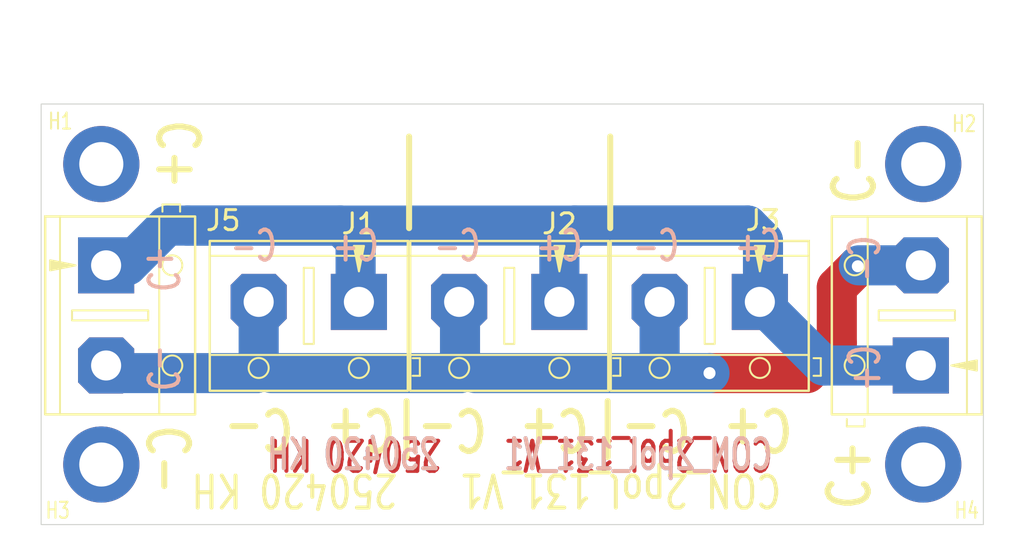
<source format=kicad_pcb>
(kicad_pcb (version 20240108) (generator "pcbnew") (generator_version "8.0")
  (layers (0 "F.Cu" signal) (31 "B.Cu" signal) (34 "B.Paste" user) (35 "F.Paste" user) (36 "B.SilkS" user "B.Silkscreen") (37 "F.SilkS" user "F.Silkscreen") (38 "B.Mask" user) (39 "F.Mask" user) (44 "Edge.Cuts" user))
  (net 0 "")
  (net 1 "/C+")
  (net 2 "/C-")
  (footprint "_kh_library:MountingHole_2.2mm_M2_Pad_TopBottom_kh" (layer "F.Cu") (at 94.1 64)
    (property "Reference" "H4" (at 2.166 2.294 0) (layer "F.SilkS") (effects (font (size 0.8 0.6) (thickness 0.1) (bold yes))))
    (property "Value" "MountingHole")
    (pad "1" thru_hole circle (at 0 0) (size 2.6 2.6) (drill 2.2) (layers "*.Cu" "*.Mask"))
    (pad "1" connect circle (at 0 0) (size 3.8 3.8) (layers "F.Cu" "F.Mask"))
    (pad "1" connect circle (at 0 0) (size 3.8 3.8) (layers "B.Cu" "B.Mask"))
  )
  (footprint "_kh_library:MountingHole_2.2mm_M2_Pad_TopBottom_kh" (layer "F.Cu") (at 53.1 64)
    (property "Reference" "H3" (at -2.173 2.294 0) (layer "F.SilkS") (effects (font (size 0.8 0.6) (thickness 0.1))))
    (property "Value" "MountingHole")
    (pad "1" thru_hole circle (at 0 0) (size 2.6 2.6) (drill 2.2) (layers "*.Cu" "*.Mask"))
    (pad "1" connect circle (at 0 0) (size 3.8 3.8) (layers "F.Cu" "F.Mask"))
    (pad "1" connect circle (at 0 0) (size 3.8 3.8) (layers "B.Cu" "B.Mask"))
  )
  (footprint "_kh_library:Screw_Terminal_01x02_P5" (layer "F.Cu") (at 93.98 59.055 180)
    (property "Reference" "J6" (hide yes))
    (property "Value" "Screw_Terminal_01x02_P5")
    (fp_line (start 3.69 -3.04) (end 3.69 -2.68) (stroke (width 0.1)) (layer "F.SilkS"))
    (fp_line (start 2.81 -3.04) (end 3.69 -3.04) (stroke (width 0.1)) (layer "F.SilkS"))
    (fp_line (start 2.81 -3.04) (end 2.81 -2.68) (stroke (width 0.1)) (layer "F.SilkS"))
    (fp_line (start 2.65 -2.44) (end 2.65 7.44) (stroke (width 0.1)) (layer "F.SilkS"))
    (fp_line (start -2.3 -2.44) (end -2.3 7.44) (stroke (width 0.1)) (layer "F.SilkS"))
    (fp_rect (start -1.7 2.25) (end 2.1 2.75) (stroke (width 0.1)) (fill none) (layer "F.SilkS"))
    (fp_rect (start -3.04 -2.44) (end 4.44 7.44) (stroke (width 0.12)) (fill none) (layer "F.SilkS"))
    (fp_circle (center 3.3 5) (end 3.8 5) (stroke (width 0.1)) (fill none) (layer "F.SilkS"))
    (fp_circle (center 3.3 0) (end 3.8 0) (stroke (width 0.1)) (fill none) (layer "F.SilkS"))
    (fp_poly (pts (xy -2.794 -0.254) (xy -1.524 0) (xy -2.794 0.254)) (stroke (width 0.1)) (fill solid) (layer "F.SilkS"))
    (pad "1" thru_hole rect (at 0 0 180) (size 2.8 2.8) (drill 1.5) (layers "*.Cu" "*.Mask") (net 1 "/C+"))
    (pad "2" thru_hole roundrect (at 0 5 180) (size 2.8 2.8) (drill 1.5) (layers "*.Cu" "*.Mask") (roundrect_rratio 0) (chamfer_ratio 0.2) (chamfer top_left top_right bottom_left bottom_right) (net 2 "/C-"))
  )
  (footprint "_kh_library:Screw_Terminal_01x02_P5" (layer "F.Cu") (at 65.95 55.88 -90)
    (property "Reference" "J1" (at -3.9 0 0) (layer "F.SilkS"))
    (property "Value" "Screw_Terminal_01x02_P5")
    (fp_line (start -2.3 -2.44) (end -2.3 7.44) (stroke (width 0.1)) (layer "F.SilkS"))
    (fp_line (start 2.65 -2.44) (end 2.65 7.44) (stroke (width 0.1)) (layer "F.SilkS"))
    (fp_line (start 2.81 -3.04) (end 2.81 -2.68) (stroke (width 0.1)) (layer "F.SilkS"))
    (fp_line (start 2.81 -3.04) (end 3.69 -3.04) (stroke (width 0.1)) (layer "F.SilkS"))
    (fp_line (start 3.69 -3.04) (end 3.69 -2.68) (stroke (width 0.1)) (layer "F.SilkS"))
    (fp_rect (start -1.7 2.25) (end 2.1 2.75) (stroke (width 0.1)) (fill none) (layer "F.SilkS"))
    (fp_rect (start -3.04 -2.44) (end 4.44 7.44) (stroke (width 0.12)) (fill none) (layer "F.SilkS"))
    (fp_circle (center 3.3 5) (end 3.8 5) (stroke (width 0.1)) (fill none) (layer "F.SilkS"))
    (fp_circle (center 3.3 0) (end 3.8 0) (stroke (width 0.1)) (fill none) (layer "F.SilkS"))
    (fp_poly (pts (xy -2.794 -0.254) (xy -1.524 0) (xy -2.794 0.254)) (stroke (width 0.1)) (fill solid) (layer "F.SilkS"))
    (pad "1" thru_hole rect (at 0 0 270) (size 2.8 2.8) (drill 1.5) (layers "*.Cu" "*.Mask") (net 1 "/C+"))
    (pad "2" thru_hole roundrect (at 0 5 270) (size 2.8 2.8) (drill 1.5) (layers "*.Cu" "*.Mask") (roundrect_rratio 0) (chamfer_ratio 0.2) (chamfer top_left top_right bottom_left bottom_right) (net 2 "/C-"))
  )
  (footprint "_kh_library:Screw_Terminal_01x02_P5" (layer "F.Cu") (at 53.34 54.055)
    (property "Reference" "J5" (at 5.842 -2.239 180) (layer "F.SilkS"))
    (property "Value" "Screw_Terminal_01x02_P5")
    (fp_line (start -2.3 -2.44) (end -2.3 7.44) (stroke (width 0.1)) (layer "F.SilkS"))
    (fp_line (start 2.65 -2.44) (end 2.65 7.44) (stroke (width 0.1)) (layer "F.SilkS"))
    (fp_line (start 2.81 -3.04) (end 2.81 -2.68) (stroke (width 0.1)) (layer "F.SilkS"))
    (fp_line (start 2.81 -3.04) (end 3.69 -3.04) (stroke (width 0.1)) (layer "F.SilkS"))
    (fp_line (start 3.69 -3.04) (end 3.69 -2.68) (stroke (width 0.1)) (layer "F.SilkS"))
    (fp_rect (start -3.04 -2.44) (end 4.44 7.44) (stroke (width 0.12)) (fill none) (layer "F.SilkS"))
    (fp_rect (start -1.7 2.25) (end 2.1 2.75) (stroke (width 0.1)) (fill none) (layer "F.SilkS"))
    (fp_circle (center 3.3 0) (end 3.8 0) (stroke (width 0.1)) (fill none) (layer "F.SilkS"))
    (fp_circle (center 3.3 5) (end 3.8 5) (stroke (width 0.1)) (fill none) (layer "F.SilkS"))
    (fp_poly (pts (xy -2.794 -0.254) (xy -1.524 0) (xy -2.794 0.254)) (stroke (width 0.1)) (fill solid) (layer "F.SilkS"))
    (pad "1" thru_hole rect (at 0 0) (size 2.8 2.8) (drill 1.5) (layers "*.Cu" "*.Mask") (net 1 "/C+"))
    (pad "2" thru_hole roundrect (at 0 5) (size 2.8 2.8) (drill 1.5) (layers "*.Cu" "*.Mask") (roundrect_rratio 0) (chamfer_ratio 0.2) (chamfer top_left top_right bottom_left bottom_right) (net 2 "/C-"))
  )
  (footprint "_kh_library:MountingHole_2.2mm_M2_Pad_TopBottom_kh" (layer "F.Cu") (at 53.1 49)
    (property "Reference" "H1" (at -2.046 -2.137 0) (layer "F.SilkS") (effects (font (size 0.8 0.6) (thickness 0.1))))
    (property "Value" "MountingHole")
    (pad "1" thru_hole circle (at 0 0) (size 2.6 2.6) (drill 2.2) (layers "*.Cu" "*.Mask"))
    (pad "1" connect circle (at 0 0) (size 3.8 3.8) (layers "F.Cu" "F.Mask"))
    (pad "1" connect circle (at 0 0) (size 3.8 3.8) (layers "B.Cu" "B.Mask"))
  )
  (footprint "_kh_library:Screw_Terminal_01x02_P5" (layer "F.Cu") (at 75.95 55.88 -90)
    (property "Reference" "J2" (at -3.9 0 0) (layer "F.SilkS"))
    (property "Value" "Screw_Terminal_01x02_P5")
    (fp_line (start -2.3 -2.44) (end -2.3 7.44) (stroke (width 0.1)) (layer "F.SilkS"))
    (fp_line (start 2.65 -2.44) (end 2.65 7.44) (stroke (width 0.1)) (layer "F.SilkS"))
    (fp_line (start 2.81 -3.04) (end 2.81 -2.68) (stroke (width 0.1)) (layer "F.SilkS"))
    (fp_line (start 2.81 -3.04) (end 3.69 -3.04) (stroke (width 0.1)) (layer "F.SilkS"))
    (fp_line (start 3.69 -3.04) (end 3.69 -2.68) (stroke (width 0.1)) (layer "F.SilkS"))
    (fp_rect (start -1.7 2.25) (end 2.1 2.75) (stroke (width 0.1)) (fill none) (layer "F.SilkS"))
    (fp_rect (start -3.04 -2.44) (end 4.44 7.44) (stroke (width 0.12)) (fill none) (layer "F.SilkS"))
    (fp_circle (center 3.3 5) (end 3.8 5) (stroke (width 0.1)) (fill none) (layer "F.SilkS"))
    (fp_circle (center 3.3 0) (end 3.8 0) (stroke (width 0.1)) (fill none) (layer "F.SilkS"))
    (fp_poly (pts (xy -2.794 -0.254) (xy -1.524 0) (xy -2.794 0.254)) (stroke (width 0.1)) (fill solid) (layer "F.SilkS"))
    (pad "1" thru_hole rect (at 0 0 270) (size 2.8 2.8) (drill 1.5) (layers "*.Cu" "*.Mask") (net 1 "/C+"))
    (pad "2" thru_hole roundrect (at 0 5 270) (size 2.8 2.8) (drill 1.5) (layers "*.Cu" "*.Mask") (roundrect_rratio 0) (chamfer_ratio 0.2) (chamfer top_left top_right bottom_left bottom_right) (net 2 "/C-"))
  )
  (footprint "_kh_library:Screw_Terminal_01x02_P5" (layer "F.Cu") (at 85.95 55.88 -90)
    (property "Reference" "J3" (at -4.064 -0.156 0) (layer "F.SilkS"))
    (property "Value" "Screw_Terminal_01x02_P5")
    (fp_line (start -2.3 -2.44) (end -2.3 7.44) (stroke (width 0.1)) (layer "F.SilkS"))
    (fp_line (start 2.65 -2.44) (end 2.65 7.44) (stroke (width 0.1)) (layer "F.SilkS"))
    (fp_line (start 2.81 -3.04) (end 2.81 -2.68) (stroke (width 0.1)) (layer "F.SilkS"))
    (fp_line (start 2.81 -3.04) (end 3.69 -3.04) (stroke (width 0.1)) (layer "F.SilkS"))
    (fp_line (start 3.69 -3.04) (end 3.69 -2.68) (stroke (width 0.1)) (layer "F.SilkS"))
    (fp_rect (start -1.7 2.25) (end 2.1 2.75) (stroke (width 0.1)) (fill none) (layer "F.SilkS"))
    (fp_rect (start -3.04 -2.44) (end 4.44 7.44) (stroke (width 0.12)) (fill none) (layer "F.SilkS"))
    (fp_circle (center 3.3 5) (end 3.8 5) (stroke (width 0.1)) (fill none) (layer "F.SilkS"))
    (fp_circle (center 3.3 0) (end 3.8 0) (stroke (width 0.1)) (fill none) (layer "F.SilkS"))
    (fp_poly (pts (xy -2.794 -0.254) (xy -1.524 0) (xy -2.794 0.254)) (stroke (width 0.1)) (fill solid) (layer "F.SilkS"))
    (pad "1" thru_hole rect (at 0 0 270) (size 2.8 2.8) (drill 1.5) (layers "*.Cu" "*.Mask") (net 1 "/C+"))
    (pad "2" thru_hole roundrect (at 0 5 270) (size 2.8 2.8) (drill 1.5) (layers "*.Cu" "*.Mask") (roundrect_rratio 0) (chamfer_ratio 0.2) (chamfer top_left top_right bottom_left bottom_right) (net 2 "/C-"))
  )
  (footprint "_kh_library:MountingHole_2.2mm_M2_Pad_TopBottom_kh" (layer "F.Cu") (at 94.1 49)
    (property "Reference" "H2" (at 2.039 -2.01 0) (layer "F.SilkS") (effects (font (size 0.8 0.6) (thickness 0.1) (bold yes))))
    (property "Value" "MountingHole")
    (pad "1" thru_hole circle (at 0 0) (size 2.6 2.6) (drill 2.2) (layers "*.Cu" "*.Mask"))
    (pad "1" connect circle (at 0 0) (size 3.8 3.8) (layers "F.Cu" "F.Mask"))
    (pad "1" connect circle (at 0 0) (size 3.8 3.8) (layers "B.Cu" "B.Mask"))
  )
  (gr_line (start 78.359 63.627) (end 78.359 60.833) (stroke (width 0.3)) (layer "F.SilkS"))
  (gr_line (start 78.486 52.197) (end 78.486 47.625) (stroke (width 0.3)) (layer "F.SilkS"))
  (gr_line (start 68.326 63.627) (end 68.326 60.833) (stroke (width 0.3)) (layer "F.SilkS"))
  (gr_line (start 68.453 52.197) (end 68.453 47.625) (stroke (width 0.3)) (layer "F.SilkS"))
  (gr_rect (start 50.1 46) (end 97.1 67) (stroke (width 0.05)) (fill none) (layer "Edge.Cuts"))
  (gr_text "250420 KH" (at 65.786 63.5 180) (layer "F.Cu") (effects (font (size 1.5 1) (thickness 0.2) (bold yes))))
  (gr_text "CON_2pol_131_V1" (at 79.883 63.5 180) (layer "F.Cu") (effects (font (size 1.5 1) (thickness 0.2) (bold yes))))
  (gr_text "250420 KH" (at 65.659 63.5 0) (layer "B.Cu") (effects (font (size 1.5 1) (thickness 0.2) (bold yes)) (justify mirror)))
  (gr_text "CON_2pol_131_V1" (at 79.883 63.5 0) (layer "B.Cu") (effects (font (size 1.5 1) (thickness 0.2) (bold yes)) (justify mirror)))
  (gr_text "CON_2pol_131_V1" (at 79.883 63.5 0) (layer "B.SilkS") (effects (font (size 1.5 1) (thickness 0.2) (bold yes)) (justify mirror)))
  (gr_text "C-" (at 91.186 53.721 90) (layer "B.SilkS") (effects (font (size 1.5 1) (thickness 0.2) (bold yes)) (justify mirror)))
  (gr_text "C+" (at 56.134 54.229 270) (layer "B.SilkS") (effects (font (size 1.5 1) (thickness 0.2) (bold yes)) (justify mirror)))
  (gr_text "250420 KH" (at 65.659 63.5 0) (layer "B.SilkS") (effects (font (size 1.5 1) (thickness 0.2) (bold yes)) (justify mirror)))
  (gr_text "C-" (at 56.134 59.182 270) (layer "B.SilkS") (effects (font (size 1.5 1) (thickness 0.2) (bold yes)) (justify mirror)))
  (gr_text "C-" (at 60.706 53.086 0) (layer "B.SilkS") (effects (font (size 1.5 1) (thickness 0.2) (bold yes)) (justify mirror)))
  (gr_text "C+" (at 75.946 53.086 0) (layer "B.SilkS") (effects (font (size 1.5 1) (thickness 0.2) (bold yes)) (justify mirror)))
  (gr_text "C-" (at 80.772 53.086 0) (layer "B.SilkS") (effects (font (size 1.5 1) (thickness 0.2) (bold yes)) (justify mirror)))
  (gr_text "C+" (at 65.786 53.086 0) (layer "B.SilkS") (effects (font (size 1.5 1) (thickness 0.2) (bold yes)) (justify mirror)))
  (gr_text "C+" (at 85.852 53.086 0) (layer "B.SilkS") (effects (font (size 1.5 1) (thickness 0.2) (bold yes)) (justify mirror)))
  (gr_text "C+" (at 91.186 59.182 90) (layer "B.SilkS") (effects (font (size 1.5 1) (thickness 0.2) (bold yes)) (justify mirror)))
  (gr_text "C-" (at 70.866 53.086 0) (layer "B.SilkS") (effects (font (size 1.5 1) (thickness 0.2) (bold yes)) (justify mirror)))
  (gr_text "C-" (at 60.96 62.23 180) (layer "F.SilkS") (effects (font (size 2 1.5) (thickness 0.3) (bold yes))))
  (gr_text "CON_2pol_131_V1" (at 78.994 65.278 180) (layer "F.SilkS") (effects (font (size 1.6 1.2) (thickness 0.2) (bold yes))))
  (gr_text "C+" (at 85.852 62.23 180) (layer "F.SilkS") (effects (font (size 2 1.5) (thickness 0.3) (bold yes))))
  (gr_text "C+" (at 75.692 62.23 180) (layer "F.SilkS") (effects (font (size 2 1.5) (thickness 0.3) (bold yes))))
  (gr_text "C-" (at 80.772 62.23 180) (layer "F.SilkS") (effects (font (size 2 1.5) (thickness 0.3) (bold yes))))
  (gr_text "C+" (at 66.04 62.23 180) (layer "F.SilkS") (effects (font (size 2 1.5) (thickness 0.3) (bold yes))))
  (gr_text "250420 KH" (at 62.738 65.278 180) (layer "F.SilkS") (effects (font (size 1.6 1.2) (thickness 0.2) (bold yes))))
  (gr_text "C+" (at 90.424 64.516 90) (layer "F.SilkS") (effects (font (size 2 1.5) (thickness 0.3) (bold yes))))
  (gr_text "C-" (at 56.388 63.754 270) (layer "F.SilkS") (effects (font (size 2 1.5) (thickness 0.3) (bold yes))))
  (gr_text "C-" (at 90.678 49.276 90) (layer "F.SilkS") (effects (font (size 2 1.5) (thickness 0.3) (bold yes))))
  (gr_text "C-" (at 70.612 62.23 180) (layer "F.SilkS") (effects (font (size 2 1.5) (thickness 0.3) (bold yes))))
  (gr_text "C+" (at 56.896 48.514 270) (layer "F.SilkS") (effects (font (size 2 1.5) (thickness 0.3) (bold yes))))
  (segment (start 75.946 52.832) (end 76.708 52.07) (width 2) (layer "B.Cu") (net 1))
  (segment (start 57.404 52.07) (end 65.024 52.07) (width 2) (layer "B.Cu") (net 1))
  (segment (start 56.388 52.07) (end 57.404 52.07) (width 2) (layer "B.Cu") (net 1))
  (segment (start 86.106 52.832) (end 86.106 55.724) (width 2) (layer "B.Cu") (net 1))
  (segment (start 85.344 52.07) (end 86.106 52.832) (width 2) (layer "B.Cu") (net 1))
  (segment (start 89.125 59.055) (end 85.95 55.88) (width 2) (layer "B.Cu") (net 1))
  (segment (start 57.404 52.07) (end 85.344 52.07) (width 2) (layer "B.Cu") (net 1))
  (segment (start 53.34 54.055) (end 54.403 54.055) (width 2) (layer "B.Cu") (net 1))
  (segment (start 65.024 52.07) (end 65.786 52.832) (width 2) (layer "B.Cu") (net 1))
  (segment (start 75.95 52.836) (end 75.946 52.832) (width 2) (layer "B.Cu") (net 1))
  (segment (start 76.708 52.07) (end 85.344 52.07) (width 2) (layer "B.Cu") (net 1))
  (segment (start 89.125 59.055) (end 93.98 59.055) (width 2) (layer "B.Cu") (net 1))
  (segment (start 75.95 55.88) (end 75.95 52.836) (width 2) (layer "B.Cu") (net 1))
  (segment (start 65.786 52.832) (end 65.786 55.706) (width 2) (layer "B.Cu") (net 1))
  (segment (start 54.403 54.055) (end 56.388 52.07) (width 2) (layer "B.Cu") (net 1))
  (segment (start 83.439 59.436) (end 88.298 59.436) (width 2) (layer "F.Cu") (net 2))
  (segment (start 89.789 57.945) (end 89.789 55.151) (width 2) (layer "F.Cu") (net 2))
  (segment (start 89.789 55.151) (end 90.838 54.102) (width 2) (layer "F.Cu") (net 2))
  (segment (start 88.298 59.436) (end 89.789 57.945) (width 2) (layer "F.Cu") (net 2))
  (via (at 90.838 54.102) (size 1.2) (drill 0.6) (layers "F.Cu" "B.Cu") (net 2))
  (via (at 83.439 59.436) (size 1.2) (drill 0.6) (layers "F.Cu" "B.Cu") (net 2))
  (segment (start 93.98 54.055) (end 90.885 54.055) (width 2) (layer "B.Cu") (net 2))
  (segment (start 71.755 59.436) (end 80.899 59.436) (width 2) (layer "B.Cu") (net 2))
  (segment (start 80.95 55.88) (end 80.95 59.385) (width 2) (layer "B.Cu") (net 2))
  (segment (start 80.899 59.436) (end 83.439 59.436) (width 2) (layer "B.Cu") (net 2))
  (segment (start 61.595 59.436) (end 70.993 59.436) (width 2) (layer "B.Cu") (net 2))
  (segment (start 80.95 59.385) (end 80.899 59.436) (width 2) (layer "B.Cu") (net 2))
  (segment (start 70.993 55.923) (end 70.993 59.436) (width 2) (layer "B.Cu") (net 2))
  (segment (start 53.721 59.436) (end 60.833 59.436) (width 2) (layer "B.Cu") (net 2))
  (segment (start 60.95 55.88) (end 60.95 59.319) (width 2) (layer "B.Cu") (net 2))
  (segment (start 60.95 59.319) (end 60.833 59.436) (width 2) (layer "B.Cu") (net 2))
)
</source>
